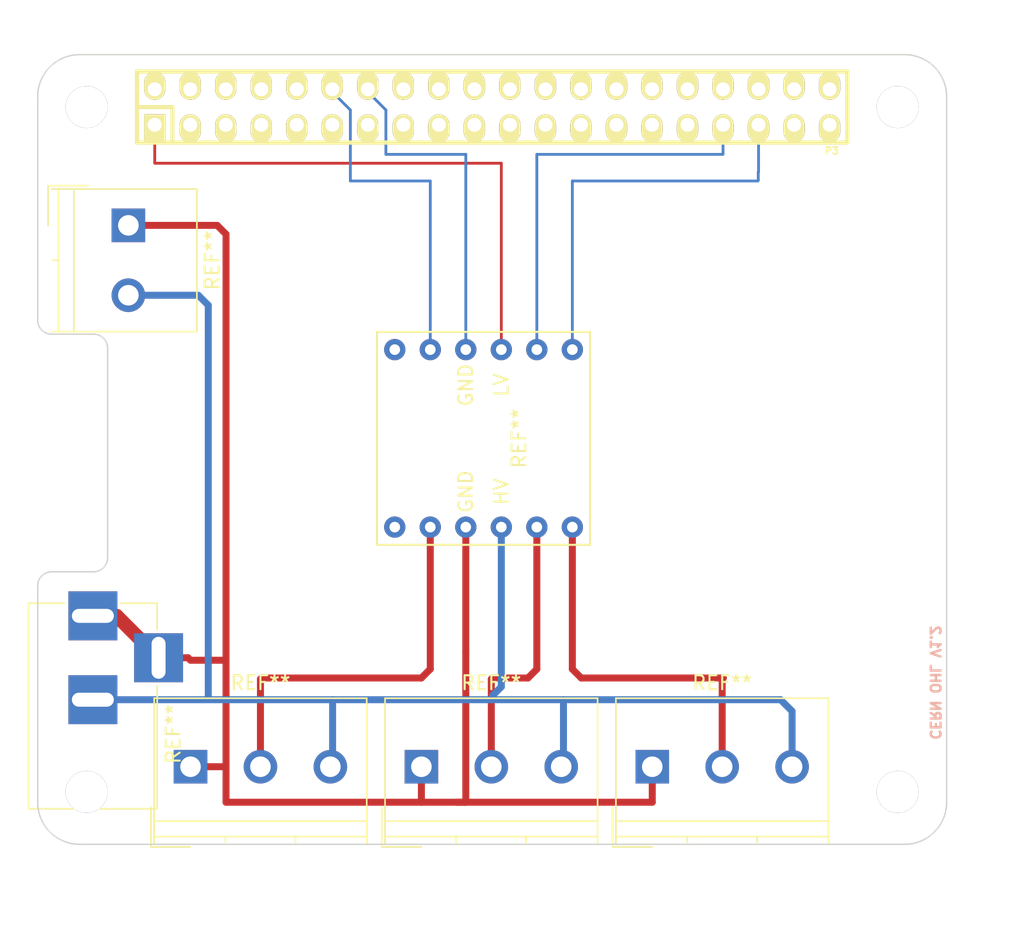
<source format=kicad_pcb>
(kicad_pcb (version 4) (host pcbnew 4.0.7)

  (general
    (links 8)
    (no_connects 8)
    (area 102.199998 67.134998 177.616667 136.400001)
    (thickness 1.6)
    (drawings 31)
    (tracks 73)
    (zones 0)
    (modules 11)
    (nets 32)
  )

  (page A4)
  (title_block
    (title "Raspberry Pi Hat Template")
    (date 2015-12-24)
    (rev 0.1)
    (company OpenFet)
    (comment 1 "Author: Julien")
    (comment 2 "License: CERN OHL V1.2")
  )

  (layers
    (0 F.Cu signal)
    (31 B.Cu signal)
    (32 B.Adhes user)
    (33 F.Adhes user)
    (34 B.Paste user)
    (35 F.Paste user)
    (36 B.SilkS user)
    (37 F.SilkS user)
    (38 B.Mask user)
    (39 F.Mask user)
    (40 Dwgs.User user)
    (41 Cmts.User user)
    (42 Eco1.User user)
    (43 Eco2.User user)
    (44 Edge.Cuts user)
    (45 Margin user)
    (46 B.CrtYd user)
    (47 F.CrtYd user)
    (48 B.Fab user)
    (49 F.Fab user)
  )

  (setup
    (last_trace_width 0.2)
    (user_trace_width 0.1)
    (user_trace_width 0.2)
    (user_trace_width 0.3)
    (user_trace_width 0.4)
    (user_trace_width 0.5)
    (user_trace_width 0.6)
    (user_trace_width 0.8)
    (user_trace_width 1)
    (trace_clearance 0.15)
    (zone_clearance 0.508)
    (zone_45_only no)
    (trace_min 0.1)
    (segment_width 0.2)
    (edge_width 0.1)
    (via_size 0.889)
    (via_drill 0.635)
    (via_min_size 0.26)
    (via_min_drill 0.16)
    (user_via 0.4 0.22)
    (user_via 1.5 0.8)
    (uvia_size 0.508)
    (uvia_drill 0.127)
    (uvias_allowed no)
    (uvia_min_size 0.508)
    (uvia_min_drill 0.127)
    (pcb_text_width 0.3)
    (pcb_text_size 1.5 1.5)
    (mod_edge_width 0.15)
    (mod_text_size 1 1)
    (mod_text_width 0.15)
    (pad_size 1.625 1.625)
    (pad_drill 0)
    (pad_to_mask_clearance 0)
    (aux_axis_origin 0 0)
    (grid_origin 211.1 101.7)
    (visible_elements 7FFFFF7F)
    (pcbplotparams
      (layerselection 0x010f0_80000001)
      (usegerberextensions false)
      (excludeedgelayer true)
      (linewidth 0.100000)
      (plotframeref false)
      (viasonmask false)
      (mode 1)
      (useauxorigin false)
      (hpglpennumber 1)
      (hpglpenspeed 20)
      (hpglpendiameter 15)
      (hpglpenoverlay 2)
      (psnegative false)
      (psa4output false)
      (plotreference true)
      (plotvalue true)
      (plotinvisibletext false)
      (padsonsilk false)
      (subtractmaskfromsilk false)
      (outputformat 1)
      (mirror false)
      (drillshape 0)
      (scaleselection 1)
      (outputdirectory /home/mangokid/Desktop/hat_gerber/))
  )

  (net 0 "")
  (net 1 GND)
  (net 2 "/Back Power Protection/5V_MCU")
  (net 3 "Net-(P3-Pad27)")
  (net 4 "Net-(P3-Pad28)")
  (net 5 "Net-(P3-Pad1)")
  (net 6 "Net-(P3-Pad3)")
  (net 7 "Net-(P3-Pad5)")
  (net 8 "Net-(P3-Pad7)")
  (net 9 "Net-(P3-Pad8)")
  (net 10 "Net-(P3-Pad10)")
  (net 11 "Net-(P3-Pad11)")
  (net 12 "Net-(P3-Pad12)")
  (net 13 "Net-(P3-Pad13)")
  (net 14 "Net-(P3-Pad15)")
  (net 15 "Net-(P3-Pad16)")
  (net 16 "Net-(P3-Pad17)")
  (net 17 "Net-(P3-Pad18)")
  (net 18 "Net-(P3-Pad19)")
  (net 19 "Net-(P3-Pad21)")
  (net 20 "Net-(P3-Pad22)")
  (net 21 "Net-(P3-Pad23)")
  (net 22 "Net-(P3-Pad24)")
  (net 23 "Net-(P3-Pad26)")
  (net 24 "Net-(P3-Pad29)")
  (net 25 "Net-(P3-Pad31)")
  (net 26 "Net-(P3-Pad32)")
  (net 27 "Net-(P3-Pad33)")
  (net 28 "Net-(P3-Pad35)")
  (net 29 "Net-(P3-Pad36)")
  (net 30 "Net-(P3-Pad37)")
  (net 31 "Net-(P3-Pad40)")

  (net_class Default "This is the default net class."
    (clearance 0.15)
    (trace_width 0.2)
    (via_dia 0.889)
    (via_drill 0.635)
    (uvia_dia 0.508)
    (uvia_drill 0.127)
    (add_net "/Back Power Protection/5V_MCU")
    (add_net GND)
    (add_net "Net-(P3-Pad1)")
    (add_net "Net-(P3-Pad10)")
    (add_net "Net-(P3-Pad11)")
    (add_net "Net-(P3-Pad12)")
    (add_net "Net-(P3-Pad13)")
    (add_net "Net-(P3-Pad15)")
    (add_net "Net-(P3-Pad16)")
    (add_net "Net-(P3-Pad17)")
    (add_net "Net-(P3-Pad18)")
    (add_net "Net-(P3-Pad19)")
    (add_net "Net-(P3-Pad21)")
    (add_net "Net-(P3-Pad22)")
    (add_net "Net-(P3-Pad23)")
    (add_net "Net-(P3-Pad24)")
    (add_net "Net-(P3-Pad26)")
    (add_net "Net-(P3-Pad27)")
    (add_net "Net-(P3-Pad28)")
    (add_net "Net-(P3-Pad29)")
    (add_net "Net-(P3-Pad3)")
    (add_net "Net-(P3-Pad31)")
    (add_net "Net-(P3-Pad32)")
    (add_net "Net-(P3-Pad33)")
    (add_net "Net-(P3-Pad35)")
    (add_net "Net-(P3-Pad36)")
    (add_net "Net-(P3-Pad37)")
    (add_net "Net-(P3-Pad40)")
    (add_net "Net-(P3-Pad5)")
    (add_net "Net-(P3-Pad7)")
    (add_net "Net-(P3-Pad8)")
  )

  (module Mounting_Holes:MountingHole_3mm locked (layer F.Cu) (tedit 5509CEA9) (tstamp 5509D3C4)
    (at 166.42 123.82)
    (descr "Mounting hole, Befestigungsbohrung, 3mm, No Annular, Kein Restring,")
    (tags "Mounting hole, Befestigungsbohrung, 3mm, No Annular, Kein Restring,")
    (fp_text reference REF** (at 0 -4.0005) (layer F.SilkS) hide
      (effects (font (size 0.5 0.5) (thickness 0.125)))
    )
    (fp_text value MountingHole_3mm (at 1.00076 5.00126) (layer F.Fab) hide
      (effects (font (size 0.5 0.5) (thickness 0.125)))
    )
    (fp_circle (center 0 0) (end 2.99974 0) (layer Cmts.User) (width 0.381))
    (pad 1 thru_hole circle (at 0 0) (size 2.99974 2.99974) (drill 2.99974) (layers))
  )

  (module Mounting_Holes:MountingHole_3mm locked (layer F.Cu) (tedit 5509CEA3) (tstamp 5509D3C2)
    (at 108.42 123.82)
    (descr "Mounting hole, Befestigungsbohrung, 3mm, No Annular, Kein Restring,")
    (tags "Mounting hole, Befestigungsbohrung, 3mm, No Annular, Kein Restring,")
    (fp_text reference REF** (at 0 -4.0005) (layer F.SilkS) hide
      (effects (font (size 0.5 0.5) (thickness 0.125)))
    )
    (fp_text value MountingHole_3mm (at 1.00076 5.00126) (layer F.Fab) hide
      (effects (font (size 0.5 0.5) (thickness 0.125)))
    )
    (fp_circle (center 0 0) (end 2.99974 0) (layer Cmts.User) (width 0.381))
    (pad 1 thru_hole circle (at 0 0) (size 2.99974 2.99974) (drill 2.99974) (layers))
  )

  (module w_pin_strip:pin_socket_20x2 (layer F.Cu) (tedit 567B9DD9) (tstamp 5509D7DA)
    (at 137.42 74.82)
    (descr "Pin socket 20x2pin")
    (tags "CONN DEV")
    (path /54E92361)
    (fp_text reference P3 (at 24.29 3.13) (layer F.SilkS)
      (effects (font (size 0.5 0.5) (thickness 0.125)))
    )
    (fp_text value Raspberry_Pi_+_Conn (at 0 -5.08) (layer F.SilkS) hide
      (effects (font (size 0.5 0.5) (thickness 0.125)))
    )
    (fp_line (start 25.4 2.54) (end -25.4 2.54) (layer F.SilkS) (width 0.3048))
    (fp_line (start -25.4 -2.54) (end 25.4 -2.54) (layer F.SilkS) (width 0.3048))
    (fp_line (start -25.4 0) (end -22.86 0) (layer F.SilkS) (width 0.3048))
    (fp_line (start -22.86 0) (end -22.86 2.54) (layer F.SilkS) (width 0.3048))
    (fp_line (start -25.4 -2.54) (end -25.4 2.54) (layer F.SilkS) (width 0.3048))
    (fp_line (start 25.4 2.54) (end 25.4 -2.54) (layer F.SilkS) (width 0.3048))
    (pad 1 thru_hole rect (at -24.13 1.27) (size 1.524 1.99898) (drill 1.00076 (offset 0 0.24892)) (layers *.Cu *.Mask F.SilkS)
      (net 5 "Net-(P3-Pad1)"))
    (pad 2 thru_hole oval (at -24.13 -1.27) (size 1.524 1.99898) (drill 1.00076 (offset 0 -0.24892)) (layers *.Cu *.Mask F.SilkS)
      (net 2 "/Back Power Protection/5V_MCU"))
    (pad 3 thru_hole oval (at -21.59 1.27) (size 1.524 1.99898) (drill 1.00076 (offset 0 0.24892)) (layers *.Cu *.Mask F.SilkS)
      (net 6 "Net-(P3-Pad3)"))
    (pad 4 thru_hole oval (at -21.59 -1.27) (size 1.524 1.99898) (drill 1.00076 (offset 0 -0.24892)) (layers *.Cu *.Mask F.SilkS)
      (net 2 "/Back Power Protection/5V_MCU"))
    (pad 5 thru_hole oval (at -19.05 1.27) (size 1.524 1.99898) (drill 1.00076 (offset 0 0.24892)) (layers *.Cu *.Mask F.SilkS)
      (net 7 "Net-(P3-Pad5)"))
    (pad 6 thru_hole oval (at -19.05 -1.27) (size 1.524 1.99898) (drill 1.00076 (offset 0 -0.24892)) (layers *.Cu *.Mask F.SilkS)
      (net 1 GND))
    (pad 7 thru_hole oval (at -16.51 1.27) (size 1.524 1.99898) (drill 1.00076 (offset 0 0.24892)) (layers *.Cu *.Mask F.SilkS)
      (net 8 "Net-(P3-Pad7)"))
    (pad 8 thru_hole oval (at -16.51 -1.27) (size 1.524 1.99898) (drill 1.00076 (offset 0 -0.24892)) (layers *.Cu *.Mask F.SilkS)
      (net 9 "Net-(P3-Pad8)"))
    (pad 9 thru_hole oval (at -13.97 1.27) (size 1.524 1.99898) (drill 1.00076 (offset 0 0.24892)) (layers *.Cu *.Mask F.SilkS)
      (net 1 GND))
    (pad 10 thru_hole oval (at -13.97 -1.27) (size 1.524 1.99898) (drill 1.00076 (offset 0 -0.24892)) (layers *.Cu *.Mask F.SilkS)
      (net 10 "Net-(P3-Pad10)"))
    (pad 11 thru_hole oval (at -11.43 1.27) (size 1.524 1.99898) (drill 1.00076 (offset 0 0.24892)) (layers *.Cu *.Mask F.SilkS)
      (net 11 "Net-(P3-Pad11)"))
    (pad 12 thru_hole oval (at -11.43 -1.27) (size 1.524 1.99898) (drill 1.00076 (offset 0 -0.24892)) (layers *.Cu *.Mask F.SilkS)
      (net 12 "Net-(P3-Pad12)"))
    (pad 13 thru_hole oval (at -8.89 1.27) (size 1.524 1.99898) (drill 1.00076 (offset 0 0.24892)) (layers *.Cu *.Mask F.SilkS)
      (net 13 "Net-(P3-Pad13)"))
    (pad 14 thru_hole oval (at -8.89 -1.27) (size 1.524 1.99898) (drill 1.00076 (offset 0 -0.24892)) (layers *.Cu *.Mask F.SilkS)
      (net 1 GND))
    (pad 15 thru_hole oval (at -6.35 1.27) (size 1.524 1.99898) (drill 1.00076 (offset 0 0.24892)) (layers *.Cu *.Mask F.SilkS)
      (net 14 "Net-(P3-Pad15)"))
    (pad 16 thru_hole oval (at -6.35 -1.27) (size 1.524 1.99898) (drill 1.00076 (offset 0 -0.24892)) (layers *.Cu *.Mask F.SilkS)
      (net 15 "Net-(P3-Pad16)"))
    (pad 17 thru_hole oval (at -3.81 1.27) (size 1.524 1.99898) (drill 1.00076 (offset 0 0.24892)) (layers *.Cu *.Mask F.SilkS)
      (net 16 "Net-(P3-Pad17)"))
    (pad 18 thru_hole oval (at -3.81 -1.27) (size 1.524 1.99898) (drill 1.00076 (offset 0 -0.24892)) (layers *.Cu *.Mask F.SilkS)
      (net 17 "Net-(P3-Pad18)"))
    (pad 19 thru_hole oval (at -1.27 1.27) (size 1.524 1.99898) (drill 1.00076 (offset 0 0.24892)) (layers *.Cu *.Mask F.SilkS)
      (net 18 "Net-(P3-Pad19)"))
    (pad 20 thru_hole oval (at -1.27 -1.27) (size 1.524 1.99898) (drill 1.00076 (offset 0 -0.24892)) (layers *.Cu *.Mask F.SilkS)
      (net 1 GND))
    (pad 21 thru_hole oval (at 1.27 1.27) (size 1.524 1.99898) (drill 1.00076 (offset 0 0.24892)) (layers *.Cu *.Mask F.SilkS)
      (net 19 "Net-(P3-Pad21)"))
    (pad 22 thru_hole oval (at 1.27 -1.27) (size 1.524 1.99898) (drill 1.00076 (offset 0 -0.24892)) (layers *.Cu *.Mask F.SilkS)
      (net 20 "Net-(P3-Pad22)"))
    (pad 23 thru_hole oval (at 3.81 1.27) (size 1.524 1.99898) (drill 1.00076 (offset 0 0.24892)) (layers *.Cu *.Mask F.SilkS)
      (net 21 "Net-(P3-Pad23)"))
    (pad 24 thru_hole oval (at 3.81 -1.27) (size 1.524 1.99898) (drill 1.00076 (offset 0 -0.24892)) (layers *.Cu *.Mask F.SilkS)
      (net 22 "Net-(P3-Pad24)"))
    (pad 25 thru_hole oval (at 6.35 1.27) (size 1.524 1.99898) (drill 1.00076 (offset 0 0.24892)) (layers *.Cu *.Mask F.SilkS)
      (net 1 GND))
    (pad 26 thru_hole oval (at 6.35 -1.27) (size 1.524 1.99898) (drill 1.00076 (offset 0 -0.24892)) (layers *.Cu *.Mask F.SilkS)
      (net 23 "Net-(P3-Pad26)"))
    (pad 27 thru_hole oval (at 8.89 1.27) (size 1.524 1.99898) (drill 1.00076 (offset 0 0.24892)) (layers *.Cu *.Mask F.SilkS)
      (net 3 "Net-(P3-Pad27)"))
    (pad 28 thru_hole oval (at 8.89 -1.27) (size 1.524 1.99898) (drill 1.00076 (offset 0 -0.24892)) (layers *.Cu *.Mask F.SilkS)
      (net 4 "Net-(P3-Pad28)"))
    (pad 29 thru_hole oval (at 11.43 1.27) (size 1.524 1.99898) (drill 1.00076 (offset 0 0.24892)) (layers *.Cu *.Mask F.SilkS)
      (net 24 "Net-(P3-Pad29)"))
    (pad 30 thru_hole oval (at 11.43 -1.27) (size 1.524 1.99898) (drill 1.00076 (offset 0 -0.24892)) (layers *.Cu *.Mask F.SilkS)
      (net 1 GND))
    (pad 31 thru_hole oval (at 13.97 1.27) (size 1.524 1.99898) (drill 1.00076 (offset 0 0.24892)) (layers *.Cu *.Mask F.SilkS)
      (net 25 "Net-(P3-Pad31)"))
    (pad 32 thru_hole oval (at 13.97 -1.27) (size 1.524 1.99898) (drill 1.00076 (offset 0 -0.24892)) (layers *.Cu *.Mask F.SilkS)
      (net 26 "Net-(P3-Pad32)"))
    (pad 33 thru_hole oval (at 16.51 1.27) (size 1.524 1.99898) (drill 1.00076 (offset 0 0.24892)) (layers *.Cu *.Mask F.SilkS)
      (net 27 "Net-(P3-Pad33)"))
    (pad 34 thru_hole oval (at 16.51 -1.27) (size 1.524 1.99898) (drill 1.00076 (offset 0 -0.24892)) (layers *.Cu *.Mask F.SilkS)
      (net 1 GND))
    (pad 35 thru_hole oval (at 19.05 1.27) (size 1.524 1.99898) (drill 1.00076 (offset 0 0.24892)) (layers *.Cu *.Mask F.SilkS)
      (net 28 "Net-(P3-Pad35)"))
    (pad 36 thru_hole oval (at 19.05 -1.27) (size 1.524 1.99898) (drill 1.00076 (offset 0 -0.24892)) (layers *.Cu *.Mask F.SilkS)
      (net 29 "Net-(P3-Pad36)"))
    (pad 37 thru_hole oval (at 21.59 1.27) (size 1.524 1.99898) (drill 1.00076 (offset 0 0.24892)) (layers *.Cu *.Mask F.SilkS)
      (net 30 "Net-(P3-Pad37)"))
    (pad 38 thru_hole oval (at 21.59 -1.27) (size 1.524 1.99898) (drill 1.00076 (offset 0 -0.24892)) (layers *.Cu *.Mask F.SilkS))
    (pad 39 thru_hole oval (at 24.13 1.27) (size 1.524 1.99898) (drill 1.00076 (offset 0 0.24892)) (layers *.Cu *.Mask F.SilkS)
      (net 1 GND))
    (pad 40 thru_hole oval (at 24.13 -1.27) (size 1.524 1.99898) (drill 1.00076 (offset 0 -0.24892)) (layers *.Cu *.Mask F.SilkS)
      (net 31 "Net-(P3-Pad40)"))
    (model walter/pin_strip/pin_socket_20x2.wrl
      (at (xyz 0 0 0))
      (scale (xyz 1 1 1))
      (rotate (xyz 0 0 0))
    )
  )

  (module Mounting_Holes:MountingHole_3mm locked (layer F.Cu) (tedit 5509CE9A) (tstamp 5509D3BE)
    (at 166.42 74.82)
    (descr "Mounting hole, Befestigungsbohrung, 3mm, No Annular, Kein Restring,")
    (tags "Mounting hole, Befestigungsbohrung, 3mm, No Annular, Kein Restring,")
    (fp_text reference REF** (at 0 -4.0005) (layer F.SilkS) hide
      (effects (font (size 0.5 0.5) (thickness 0.125)))
    )
    (fp_text value MountingHole_3mm (at 1.00076 5.00126) (layer F.Fab) hide
      (effects (font (size 0.5 0.5) (thickness 0.125)))
    )
    (fp_circle (center 0 0) (end 2.99974 0) (layer Cmts.User) (width 0.381))
    (pad 1 thru_hole circle (at 0 0) (size 2.99974 2.99974) (drill 2.99974) (layers))
  )

  (module Mounting_Holes:MountingHole_3mm locked (layer F.Cu) (tedit 5509CE9D) (tstamp 5509D3C0)
    (at 108.42 74.82)
    (descr "Mounting hole, Befestigungsbohrung, 3mm, No Annular, Kein Restring,")
    (tags "Mounting hole, Befestigungsbohrung, 3mm, No Annular, Kein Restring,")
    (fp_text reference REF** (at 0 -4.0005) (layer F.SilkS) hide
      (effects (font (size 0.5 0.5) (thickness 0.125)))
    )
    (fp_text value MountingHole_3mm (at 1.00076 5.00126) (layer F.Fab) hide
      (effects (font (size 0.5 0.5) (thickness 0.125)))
    )
    (fp_circle (center 0 0) (end 2.99974 0) (layer Cmts.User) (width 0.381))
    (pad 1 thru_hole circle (at 0 0) (size 2.99974 2.99974) (drill 2.99974) (layers))
  )

  (module Connectors_Terminal_Blocks:TerminalBlock_Philmore_TB133_03x5mm_Straight (layer F.Cu) (tedit 59661312) (tstamp 59D25E82)
    (at 115.85 122.02)
    (descr "3-way 5.0mm pitch terminal block, http://www.philmore-datak.com/mc/Page%20197.pdf")
    (tags "screw terminal block")
    (fp_text reference REF** (at 5 -6) (layer F.SilkS)
      (effects (font (size 1 1) (thickness 0.15)))
    )
    (fp_text value TerminalBlock_Philmore_TB133_03x5mm_Straight (at 5 6.9) (layer F.Fab)
      (effects (font (size 1 1) (thickness 0.15)))
    )
    (fp_line (start -3 -5.3) (end -3 5.9) (layer F.CrtYd) (width 0.05))
    (fp_line (start -3 5.9) (end 13 5.9) (layer F.CrtYd) (width 0.05))
    (fp_line (start 13 5.9) (end 13 -5.3) (layer F.CrtYd) (width 0.05))
    (fp_line (start 13 -5.3) (end -3 -5.3) (layer F.CrtYd) (width 0.05))
    (fp_line (start -2.5 3.9) (end 12.5 3.9) (layer F.Fab) (width 0.1))
    (fp_line (start -2.5 5) (end 12.5 5) (layer F.Fab) (width 0.1))
    (fp_line (start -2.5 5.4) (end -2.5 -4.8) (layer F.Fab) (width 0.1))
    (fp_line (start -2.5 -4.8) (end 12.5 -4.8) (layer F.Fab) (width 0.1))
    (fp_line (start 12.5 -4.8) (end 12.5 5.4) (layer F.Fab) (width 0.1))
    (fp_line (start 2.5 5) (end 2.5 5.4) (layer F.Fab) (width 0.1))
    (fp_line (start 7.5 5) (end 7.5 5.4) (layer F.Fab) (width 0.1))
    (fp_line (start -2.84 2.9) (end -2.84 5.74) (layer F.Fab) (width 0.1))
    (fp_line (start -2.84 5.74) (end 0 5.74) (layer F.Fab) (width 0.1))
    (fp_line (start -2.6 3.9) (end 12.6 3.9) (layer F.SilkS) (width 0.12))
    (fp_line (start -2.6 5) (end 12.6 5) (layer F.SilkS) (width 0.12))
    (fp_line (start -2.6 5.5) (end -2.6 -4.9) (layer F.SilkS) (width 0.12))
    (fp_line (start -2.6 -4.9) (end 12.6 -4.9) (layer F.SilkS) (width 0.12))
    (fp_line (start 12.6 -4.9) (end 12.6 5.5) (layer F.SilkS) (width 0.12))
    (fp_line (start 2.5 5) (end 2.5 5.4) (layer F.SilkS) (width 0.12))
    (fp_line (start 7.5 5) (end 7.5 5.4) (layer F.SilkS) (width 0.12))
    (fp_line (start -2.84 2.9) (end -2.84 5.74) (layer F.SilkS) (width 0.12))
    (fp_line (start -2.84 5.74) (end 0 5.74) (layer F.SilkS) (width 0.12))
    (fp_text user %R (at 5 0.3) (layer F.Fab)
      (effects (font (size 1 1) (thickness 0.15)))
    )
    (pad 1 thru_hole rect (at 0 0) (size 2.4 2.4) (drill 1.47) (layers *.Cu *.Mask))
    (pad 2 thru_hole circle (at 5 0) (size 2.4 2.4) (drill 1.47) (layers *.Cu *.Mask))
    (pad 3 thru_hole circle (at 10 0) (size 2.4 2.4) (drill 1.47) (layers *.Cu *.Mask))
    (model ${KISYS3DMOD}/Connectors_Terminal_Blocks.3dshapes/TerminalBlock_Philmore_TB133_03x5mm_Straight.wrl
      (at (xyz 0 0 0))
      (scale (xyz 1 1 1))
      (rotate (xyz 0 0 0))
    )
  )

  (module Connectors_Terminal_Blocks:TerminalBlock_Philmore_TB133_03x5mm_Straight (layer F.Cu) (tedit 59661312) (tstamp 59D25F01)
    (at 132.36 122.02)
    (descr "3-way 5.0mm pitch terminal block, http://www.philmore-datak.com/mc/Page%20197.pdf")
    (tags "screw terminal block")
    (fp_text reference REF** (at 5 -6) (layer F.SilkS)
      (effects (font (size 1 1) (thickness 0.15)))
    )
    (fp_text value TerminalBlock_Philmore_TB133_03x5mm_Straight (at 5 6.9) (layer F.Fab)
      (effects (font (size 1 1) (thickness 0.15)))
    )
    (fp_line (start -3 -5.3) (end -3 5.9) (layer F.CrtYd) (width 0.05))
    (fp_line (start -3 5.9) (end 13 5.9) (layer F.CrtYd) (width 0.05))
    (fp_line (start 13 5.9) (end 13 -5.3) (layer F.CrtYd) (width 0.05))
    (fp_line (start 13 -5.3) (end -3 -5.3) (layer F.CrtYd) (width 0.05))
    (fp_line (start -2.5 3.9) (end 12.5 3.9) (layer F.Fab) (width 0.1))
    (fp_line (start -2.5 5) (end 12.5 5) (layer F.Fab) (width 0.1))
    (fp_line (start -2.5 5.4) (end -2.5 -4.8) (layer F.Fab) (width 0.1))
    (fp_line (start -2.5 -4.8) (end 12.5 -4.8) (layer F.Fab) (width 0.1))
    (fp_line (start 12.5 -4.8) (end 12.5 5.4) (layer F.Fab) (width 0.1))
    (fp_line (start 2.5 5) (end 2.5 5.4) (layer F.Fab) (width 0.1))
    (fp_line (start 7.5 5) (end 7.5 5.4) (layer F.Fab) (width 0.1))
    (fp_line (start -2.84 2.9) (end -2.84 5.74) (layer F.Fab) (width 0.1))
    (fp_line (start -2.84 5.74) (end 0 5.74) (layer F.Fab) (width 0.1))
    (fp_line (start -2.6 3.9) (end 12.6 3.9) (layer F.SilkS) (width 0.12))
    (fp_line (start -2.6 5) (end 12.6 5) (layer F.SilkS) (width 0.12))
    (fp_line (start -2.6 5.5) (end -2.6 -4.9) (layer F.SilkS) (width 0.12))
    (fp_line (start -2.6 -4.9) (end 12.6 -4.9) (layer F.SilkS) (width 0.12))
    (fp_line (start 12.6 -4.9) (end 12.6 5.5) (layer F.SilkS) (width 0.12))
    (fp_line (start 2.5 5) (end 2.5 5.4) (layer F.SilkS) (width 0.12))
    (fp_line (start 7.5 5) (end 7.5 5.4) (layer F.SilkS) (width 0.12))
    (fp_line (start -2.84 2.9) (end -2.84 5.74) (layer F.SilkS) (width 0.12))
    (fp_line (start -2.84 5.74) (end 0 5.74) (layer F.SilkS) (width 0.12))
    (fp_text user %R (at 5 0.3) (layer F.Fab)
      (effects (font (size 1 1) (thickness 0.15)))
    )
    (pad 1 thru_hole rect (at 0 0) (size 2.4 2.4) (drill 1.47) (layers *.Cu *.Mask))
    (pad 2 thru_hole circle (at 5 0) (size 2.4 2.4) (drill 1.47) (layers *.Cu *.Mask))
    (pad 3 thru_hole circle (at 10 0) (size 2.4 2.4) (drill 1.47) (layers *.Cu *.Mask))
    (model ${KISYS3DMOD}/Connectors_Terminal_Blocks.3dshapes/TerminalBlock_Philmore_TB133_03x5mm_Straight.wrl
      (at (xyz 0 0 0))
      (scale (xyz 1 1 1))
      (rotate (xyz 0 0 0))
    )
  )

  (module Connectors_Terminal_Blocks:TerminalBlock_Philmore_TB133_03x5mm_Straight (layer F.Cu) (tedit 59661312) (tstamp 59D25FFB)
    (at 148.87 122.02)
    (descr "3-way 5.0mm pitch terminal block, http://www.philmore-datak.com/mc/Page%20197.pdf")
    (tags "screw terminal block")
    (fp_text reference REF** (at 5 -6) (layer F.SilkS)
      (effects (font (size 1 1) (thickness 0.15)))
    )
    (fp_text value TerminalBlock_Philmore_TB133_03x5mm_Straight (at 5 6.9) (layer F.Fab)
      (effects (font (size 1 1) (thickness 0.15)))
    )
    (fp_line (start -3 -5.3) (end -3 5.9) (layer F.CrtYd) (width 0.05))
    (fp_line (start -3 5.9) (end 13 5.9) (layer F.CrtYd) (width 0.05))
    (fp_line (start 13 5.9) (end 13 -5.3) (layer F.CrtYd) (width 0.05))
    (fp_line (start 13 -5.3) (end -3 -5.3) (layer F.CrtYd) (width 0.05))
    (fp_line (start -2.5 3.9) (end 12.5 3.9) (layer F.Fab) (width 0.1))
    (fp_line (start -2.5 5) (end 12.5 5) (layer F.Fab) (width 0.1))
    (fp_line (start -2.5 5.4) (end -2.5 -4.8) (layer F.Fab) (width 0.1))
    (fp_line (start -2.5 -4.8) (end 12.5 -4.8) (layer F.Fab) (width 0.1))
    (fp_line (start 12.5 -4.8) (end 12.5 5.4) (layer F.Fab) (width 0.1))
    (fp_line (start 2.5 5) (end 2.5 5.4) (layer F.Fab) (width 0.1))
    (fp_line (start 7.5 5) (end 7.5 5.4) (layer F.Fab) (width 0.1))
    (fp_line (start -2.84 2.9) (end -2.84 5.74) (layer F.Fab) (width 0.1))
    (fp_line (start -2.84 5.74) (end 0 5.74) (layer F.Fab) (width 0.1))
    (fp_line (start -2.6 3.9) (end 12.6 3.9) (layer F.SilkS) (width 0.12))
    (fp_line (start -2.6 5) (end 12.6 5) (layer F.SilkS) (width 0.12))
    (fp_line (start -2.6 5.5) (end -2.6 -4.9) (layer F.SilkS) (width 0.12))
    (fp_line (start -2.6 -4.9) (end 12.6 -4.9) (layer F.SilkS) (width 0.12))
    (fp_line (start 12.6 -4.9) (end 12.6 5.5) (layer F.SilkS) (width 0.12))
    (fp_line (start 2.5 5) (end 2.5 5.4) (layer F.SilkS) (width 0.12))
    (fp_line (start 7.5 5) (end 7.5 5.4) (layer F.SilkS) (width 0.12))
    (fp_line (start -2.84 2.9) (end -2.84 5.74) (layer F.SilkS) (width 0.12))
    (fp_line (start -2.84 5.74) (end 0 5.74) (layer F.SilkS) (width 0.12))
    (fp_text user %R (at 5 0.3) (layer F.Fab)
      (effects (font (size 1 1) (thickness 0.15)))
    )
    (pad 1 thru_hole rect (at 0 0) (size 2.4 2.4) (drill 1.47) (layers *.Cu *.Mask))
    (pad 2 thru_hole circle (at 5 0) (size 2.4 2.4) (drill 1.47) (layers *.Cu *.Mask))
    (pad 3 thru_hole circle (at 10 0) (size 2.4 2.4) (drill 1.47) (layers *.Cu *.Mask))
    (model ${KISYS3DMOD}/Connectors_Terminal_Blocks.3dshapes/TerminalBlock_Philmore_TB133_03x5mm_Straight.wrl
      (at (xyz 0 0 0))
      (scale (xyz 1 1 1))
      (rotate (xyz 0 0 0))
    )
  )

  (module Connectors_Terminal_Blocks:TerminalBlock_Philmore_TB132_02x5mm_Straight (layer F.Cu) (tedit 59661312) (tstamp 59D263AD)
    (at 111.405 83.285 270)
    (descr "2-way 5.0mm pitch terminal block, http://www.philmore-datak.com/mc/Page%20197.pdf")
    (tags "screw terminal block")
    (fp_text reference REF** (at 2.5 -6 270) (layer F.SilkS)
      (effects (font (size 1 1) (thickness 0.15)))
    )
    (fp_text value TerminalBlock_Philmore_TB132_02x5mm_Straight (at 2.5 6.9 270) (layer F.Fab)
      (effects (font (size 1 1) (thickness 0.15)))
    )
    (fp_line (start -3 -5.3) (end -3 5.9) (layer F.CrtYd) (width 0.05))
    (fp_line (start -3 5.9) (end 8 5.9) (layer F.CrtYd) (width 0.05))
    (fp_line (start 8 5.9) (end 8 -5.3) (layer F.CrtYd) (width 0.05))
    (fp_line (start 8 -5.3) (end -3 -5.3) (layer F.CrtYd) (width 0.05))
    (fp_line (start -2.5 3.9) (end 7.5 3.9) (layer F.Fab) (width 0.1))
    (fp_line (start -2.5 5) (end 7.5 5) (layer F.Fab) (width 0.1))
    (fp_line (start -2.5 5.4) (end -2.5 -4.8) (layer F.Fab) (width 0.1))
    (fp_line (start -2.5 -4.8) (end 7.5 -4.8) (layer F.Fab) (width 0.1))
    (fp_line (start 7.5 -4.8) (end 7.5 5.4) (layer F.Fab) (width 0.1))
    (fp_line (start 2.5 5) (end 2.5 5.4) (layer F.Fab) (width 0.1))
    (fp_line (start -2.84 2.9) (end -2.84 5.74) (layer F.Fab) (width 0.1))
    (fp_line (start -2.84 5.74) (end 0 5.74) (layer F.Fab) (width 0.1))
    (fp_line (start -2.6 3.9) (end 7.6 3.9) (layer F.SilkS) (width 0.12))
    (fp_line (start -2.6 5) (end 7.6 5) (layer F.SilkS) (width 0.12))
    (fp_line (start -2.6 5.5) (end -2.6 -4.9) (layer F.SilkS) (width 0.12))
    (fp_line (start -2.6 -4.9) (end 7.6 -4.9) (layer F.SilkS) (width 0.12))
    (fp_line (start 7.6 -4.9) (end 7.6 5.5) (layer F.SilkS) (width 0.12))
    (fp_line (start 2.5 5) (end 2.5 5.4) (layer F.SilkS) (width 0.12))
    (fp_line (start -2.84 2.9) (end -2.84 5.74) (layer F.SilkS) (width 0.12))
    (fp_line (start -2.84 5.74) (end 0 5.74) (layer F.SilkS) (width 0.12))
    (fp_text user %R (at 2.5 0.3 270) (layer F.Fab)
      (effects (font (size 1 1) (thickness 0.15)))
    )
    (pad 1 thru_hole rect (at 0 0 270) (size 2.4 2.4) (drill 1.47) (layers *.Cu *.Mask))
    (pad 2 thru_hole circle (at 5 0 270) (size 2.4 2.4) (drill 1.47) (layers *.Cu *.Mask))
    (model ${KISYS3DMOD}/Connectors_Terminal_Blocks.3dshapes/TerminalBlock_Philmore_TB132_02x5mm_Straight.wrl
      (at (xyz 0 0 0))
      (scale (xyz 1 1 1))
      (rotate (xyz 0 0 0))
    )
  )

  (module Connectors:BARREL_JACK (layer F.Cu) (tedit 5861378E) (tstamp 59D26622)
    (at 108.865 111.225 90)
    (descr "DC Barrel Jack")
    (tags "Power Jack")
    (fp_text reference REF** (at -8.45 5.75 270) (layer F.SilkS)
      (effects (font (size 1 1) (thickness 0.15)))
    )
    (fp_text value BARREL_JACK (at -6.2 -5.5 90) (layer F.Fab)
      (effects (font (size 1 1) (thickness 0.15)))
    )
    (fp_line (start 1 -4.5) (end 1 -4.75) (layer F.CrtYd) (width 0.05))
    (fp_line (start 1 -4.75) (end -14 -4.75) (layer F.CrtYd) (width 0.05))
    (fp_line (start 1 -4.5) (end 1 -2) (layer F.CrtYd) (width 0.05))
    (fp_line (start 1 -2) (end 2 -2) (layer F.CrtYd) (width 0.05))
    (fp_line (start 2 -2) (end 2 2) (layer F.CrtYd) (width 0.05))
    (fp_line (start 2 2) (end 1 2) (layer F.CrtYd) (width 0.05))
    (fp_line (start 1 2) (end 1 4.75) (layer F.CrtYd) (width 0.05))
    (fp_line (start 1 4.75) (end -1 4.75) (layer F.CrtYd) (width 0.05))
    (fp_line (start -1 4.75) (end -1 6.75) (layer F.CrtYd) (width 0.05))
    (fp_line (start -1 6.75) (end -5 6.75) (layer F.CrtYd) (width 0.05))
    (fp_line (start -5 6.75) (end -5 4.75) (layer F.CrtYd) (width 0.05))
    (fp_line (start -5 4.75) (end -14 4.75) (layer F.CrtYd) (width 0.05))
    (fp_line (start -14 4.75) (end -14 -4.75) (layer F.CrtYd) (width 0.05))
    (fp_line (start -5 4.6) (end -13.8 4.6) (layer F.SilkS) (width 0.12))
    (fp_line (start -13.8 4.6) (end -13.8 -4.6) (layer F.SilkS) (width 0.12))
    (fp_line (start 0.9 1.9) (end 0.9 4.6) (layer F.SilkS) (width 0.12))
    (fp_line (start 0.9 4.6) (end -1 4.6) (layer F.SilkS) (width 0.12))
    (fp_line (start -13.8 -4.6) (end 0.9 -4.6) (layer F.SilkS) (width 0.12))
    (fp_line (start 0.9 -4.6) (end 0.9 -2) (layer F.SilkS) (width 0.12))
    (fp_line (start -10.2 -4.5) (end -10.2 4.5) (layer F.Fab) (width 0.1))
    (fp_line (start -13.7 -4.5) (end -13.7 4.5) (layer F.Fab) (width 0.1))
    (fp_line (start -13.7 4.5) (end 0.8 4.5) (layer F.Fab) (width 0.1))
    (fp_line (start 0.8 4.5) (end 0.8 -4.5) (layer F.Fab) (width 0.1))
    (fp_line (start 0.8 -4.5) (end -13.7 -4.5) (layer F.Fab) (width 0.1))
    (pad 1 thru_hole rect (at 0 0 90) (size 3.5 3.5) (drill oval 1 3) (layers *.Cu *.Mask))
    (pad 2 thru_hole rect (at -6 0 90) (size 3.5 3.5) (drill oval 1 3) (layers *.Cu *.Mask))
    (pad 3 thru_hole rect (at -3 4.7 90) (size 3.5 3.5) (drill oval 3 1) (layers *.Cu *.Mask))
  )

  (module LLC:LLC (layer F.Cu) (tedit 59D27270) (tstamp 59D274AF)
    (at 136.805 98.525 270)
    (descr "Footprint for LLC")
    (tags LLC)
    (fp_text reference REF** (at 0 -2.54 270) (layer F.SilkS)
      (effects (font (size 1 1) (thickness 0.15)))
    )
    (fp_text value LLC (at 0 -5.08 270) (layer F.Fab)
      (effects (font (size 1 1) (thickness 0.15)))
    )
    (fp_text user GND (at 3.81 1.27 270) (layer F.SilkS)
      (effects (font (size 1 1) (thickness 0.15)))
    )
    (fp_text user HV (at 3.81 -1.27 270) (layer F.SilkS)
      (effects (font (size 1 1) (thickness 0.15)))
    )
    (fp_text user GND (at -3.81 1.27 270) (layer F.SilkS)
      (effects (font (size 1 1) (thickness 0.15)))
    )
    (fp_text user LV (at -3.81 -1.27 270) (layer F.SilkS)
      (effects (font (size 1 1) (thickness 0.15)))
    )
    (fp_line (start 7.62 -7.62) (end 7.62 7.62) (layer F.SilkS) (width 0.15))
    (fp_line (start 7.62 7.62) (end -7.62 7.62) (layer F.SilkS) (width 0.15))
    (fp_line (start -7.62 7.62) (end -7.62 -7.62) (layer F.SilkS) (width 0.15))
    (fp_line (start -7.62 -7.62) (end 7.62 -7.62) (layer F.SilkS) (width 0.15))
    (pad 1 thru_hole circle (at -6.35 -6.35 270) (size 1.524 1.524) (drill 0.762) (layers *.Cu *.Mask))
    (pad 2 thru_hole circle (at -6.35 -3.81 270) (size 1.524 1.524) (drill 0.762) (layers *.Cu *.Mask))
    (pad 3 thru_hole circle (at -6.35 -1.27 270) (size 1.524 1.524) (drill 0.762) (layers *.Cu *.Mask))
    (pad 4 thru_hole circle (at -6.35 1.27 270) (size 1.524 1.524) (drill 0.762) (layers *.Cu *.Mask))
    (pad 5 thru_hole circle (at -6.35 3.81 270) (size 1.524 1.524) (drill 0.762) (layers *.Cu *.Mask))
    (pad 6 thru_hole circle (at -6.35 6.35 270) (size 1.524 1.524) (drill 0.762) (layers *.Cu *.Mask))
    (pad 7 thru_hole circle (at 6.35 6.35 270) (size 1.524 1.524) (drill 0.762) (layers *.Cu *.Mask))
    (pad 8 thru_hole circle (at 6.35 3.81 270) (size 1.524 1.524) (drill 0.762) (layers *.Cu *.Mask))
    (pad 9 thru_hole circle (at 6.35 1.27 270) (size 1.524 1.524) (drill 0.762) (layers *.Cu *.Mask))
    (pad 10 thru_hole circle (at 6.35 -1.27 270) (size 1.524 1.524) (drill 0.762) (layers *.Cu *.Mask))
    (pad 11 thru_hole circle (at 6.35 -3.81 270) (size 1.524 1.524) (drill 0.762) (layers *.Cu *.Mask))
    (pad 12 thru_hole circle (at 6.35 -6.35 270) (size 1.524 1.524) (drill 0.762) (layers *.Cu *.Mask))
  )

  (gr_text gnd (at 113.31 109.32) (layer F.Fab)
    (effects (font (size 1.5 1.5) (thickness 0.3)))
  )
  (gr_text DAT (at 156.49 115.67) (layer F.Fab) (tstamp 59D264D3)
    (effects (font (size 1.5 1.5) (thickness 0.3)))
  )
  (gr_text DAT (at 139.98 115.67) (layer F.Fab) (tstamp 59D264CF)
    (effects (font (size 1.5 1.5) (thickness 0.3)))
  )
  (gr_text DAT (at 123.47 115.67) (layer F.Fab)
    (effects (font (size 1.5 1.5) (thickness 0.3)))
  )
  (gr_text - (at 147.6 115.67) (layer F.Fab) (tstamp 59D264BF)
    (effects (font (size 1.5 1.5) (thickness 0.3)))
  )
  (gr_text - (at 131.09 115.67) (layer F.Fab) (tstamp 59D264BA)
    (effects (font (size 1.5 1.5) (thickness 0.3)))
  )
  (gr_text - (at 114.58 115.67) (layer F.Fab) (tstamp 59D264B4)
    (effects (font (size 1.5 1.5) (thickness 0.3)))
  )
  (gr_text - (at 118.39 81.38) (layer F.Fab)
    (effects (font (size 1.5 1.5) (thickness 0.3)))
  )
  (gr_text + (at 118.39 90.27) (layer F.Fab) (tstamp 59D26497)
    (effects (font (size 1.5 1.5) (thickness 0.3)))
  )
  (gr_text + (at 160.3 115.67) (layer F.Fab) (tstamp 59D2648A)
    (effects (font (size 1.5 1.5) (thickness 0.3)))
  )
  (gr_text + (at 127.28 115.67) (layer F.Fab) (tstamp 59D26483)
    (effects (font (size 1.5 1.5) (thickness 0.3)))
  )
  (gr_text + (at 143.79 115.67) (layer F.Fab)
    (effects (font (size 1.5 1.5) (thickness 0.3)))
  )
  (dimension 65 (width 0.3) (layer Dwgs.User)
    (gr_text "65.000 mm" (at 137.6 135.05) (layer Dwgs.User)
      (effects (font (size 0.5 0.5) (thickness 0.125)))
    )
    (feature1 (pts (xy 105.1 125.2) (xy 105.1 136.4)))
    (feature2 (pts (xy 170.1 125.2) (xy 170.1 136.4)))
    (crossbar (pts (xy 170.1 133.7) (xy 105.1 133.7)))
    (arrow1a (pts (xy 105.1 133.7) (xy 106.226504 133.113579)))
    (arrow1b (pts (xy 105.1 133.7) (xy 106.226504 134.286421)))
    (arrow2a (pts (xy 170.1 133.7) (xy 168.973496 133.113579)))
    (arrow2b (pts (xy 170.1 133.7) (xy 168.973496 134.286421)))
  )
  (gr_text "CERN OHL V1.2" (at 169.1 116 270) (layer B.SilkS)
    (effects (font (size 0.7 0.7) (thickness 0.175)) (justify mirror))
  )
  (dimension 56.5 (width 0.3) (layer Dwgs.User)
    (gr_text "56.500 mm" (at 175.45 99.45 270) (layer Dwgs.User)
      (effects (font (size 0.5 0.5) (thickness 0.125)))
    )
    (feature1 (pts (xy 167.1 127.7) (xy 176.8 127.7)))
    (feature2 (pts (xy 167.1 71.2) (xy 176.8 71.2)))
    (crossbar (pts (xy 174.1 71.2) (xy 174.1 127.7)))
    (arrow1a (pts (xy 174.1 127.7) (xy 173.513579 126.573496)))
    (arrow1b (pts (xy 174.1 127.7) (xy 174.686421 126.573496)))
    (arrow2a (pts (xy 174.1 71.2) (xy 173.513579 72.326504)))
    (arrow2b (pts (xy 174.1 71.2) (xy 174.686421 72.326504)))
  )
  (gr_line (start 104.92 109.07) (end 104.92 124.57) (angle 90) (layer Edge.Cuts) (width 0.1))
  (gr_line (start 104.92 90.07) (end 104.92 74.07) (angle 90) (layer Edge.Cuts) (width 0.1))
  (gr_line (start 108.92 108.07) (end 105.92 108.07) (angle 90) (layer Edge.Cuts) (width 0.1))
  (gr_line (start 109.92 92.07) (end 109.92 107.07) (angle 90) (layer Edge.Cuts) (width 0.1))
  (gr_line (start 105.92 91.07) (end 108.92 91.07) (angle 90) (layer Edge.Cuts) (width 0.1))
  (gr_arc (start 108.92 107.07) (end 109.92 107.07) (angle 90) (layer Edge.Cuts) (width 0.1))
  (gr_arc (start 108.92 92.07) (end 108.92 91.07) (angle 90) (layer Edge.Cuts) (width 0.1))
  (gr_arc (start 105.92 109.07) (end 104.92 109.07) (angle 90) (layer Edge.Cuts) (width 0.1))
  (gr_arc (start 105.92 90.07) (end 105.92 91.07) (angle 90) (layer Edge.Cuts) (width 0.1))
  (gr_line (start 166.92 127.57) (end 107.92 127.57) (angle 90) (layer Edge.Cuts) (width 0.1))
  (gr_line (start 169.92 74.07) (end 169.92 124.57) (angle 90) (layer Edge.Cuts) (width 0.1))
  (gr_line (start 107.92 71.07) (end 166.92 71.07) (angle 90) (layer Edge.Cuts) (width 0.1))
  (gr_arc (start 166.92 124.57) (end 169.92 124.57) (angle 90) (layer Edge.Cuts) (width 0.1))
  (gr_arc (start 107.92 74.07) (end 104.92 74.07) (angle 90) (layer Edge.Cuts) (width 0.1))
  (gr_arc (start 166.92 74.07) (end 166.92 71.07) (angle 90) (layer Edge.Cuts) (width 0.1))
  (gr_arc (start 107.92 124.57) (end 107.92 127.57) (angle 90) (layer Edge.Cuts) (width 0.1))

  (segment (start 140.615 104.875) (end 140.615 115.035) (width 0.5) (layer F.Cu) (net 0))
  (segment (start 139.98 115.67) (end 137.44 115.67) (width 0.5) (layer F.Cu) (net 0) (tstamp 59D277AF))
  (segment (start 140.615 115.035) (end 139.98 115.67) (width 0.5) (layer F.Cu) (net 0) (tstamp 59D277AE))
  (segment (start 137.44 115.67) (end 137.36 115.75) (width 0.5) (layer F.Cu) (net 0) (tstamp 59D277B1))
  (segment (start 137.36 115.75) (end 137.36 122.02) (width 0.5) (layer F.Cu) (net 0) (tstamp 59D277B3))
  (segment (start 143.155 104.875) (end 143.155 115.035) (width 0.5) (layer F.Cu) (net 0))
  (segment (start 153.87 115.75) (end 153.87 122.02) (width 0.5) (layer F.Cu) (net 0) (tstamp 59D277AB))
  (segment (start 153.95 115.67) (end 153.87 115.75) (width 0.5) (layer F.Cu) (net 0) (tstamp 59D277AA))
  (segment (start 143.79 115.67) (end 153.95 115.67) (width 0.5) (layer F.Cu) (net 0) (tstamp 59D277A8))
  (segment (start 143.155 115.035) (end 143.79 115.67) (width 0.5) (layer F.Cu) (net 0) (tstamp 59D277A6))
  (segment (start 132.995 104.875) (end 132.995 115.035) (width 0.5) (layer F.Cu) (net 0))
  (segment (start 120.85 115.75) (end 120.85 122.02) (width 0.5) (layer F.Cu) (net 0) (tstamp 59D2778B))
  (segment (start 120.93 115.67) (end 120.85 115.75) (width 0.5) (layer F.Cu) (net 0) (tstamp 59D27789))
  (segment (start 132.36 115.67) (end 120.93 115.67) (width 0.5) (layer F.Cu) (net 0) (tstamp 59D27788))
  (segment (start 132.995 115.035) (end 132.36 115.67) (width 0.5) (layer F.Cu) (net 0) (tstamp 59D27786))
  (segment (start 118.39 122.02) (end 115.85 122.02) (width 0.5) (layer F.Cu) (net 0))
  (segment (start 118.39 114.4) (end 118.39 122.02) (width 0.5) (layer F.Cu) (net 0))
  (segment (start 118.39 122.02) (end 118.39 124.56) (width 0.5) (layer F.Cu) (net 0) (tstamp 59D27775))
  (segment (start 118.39 124.56) (end 132.36 124.56) (width 0.5) (layer F.Cu) (net 0) (tstamp 59D27742))
  (segment (start 135.535 113.765) (end 135.535 124.56) (width 0.5) (layer F.Cu) (net 0))
  (segment (start 135.535 124.56) (end 134.9 124.56) (width 0.5) (layer F.Cu) (net 0) (tstamp 59D2774C))
  (segment (start 132.36 124.56) (end 132.36 122.02) (width 0.5) (layer F.Cu) (net 0))
  (segment (start 148.87 124.56) (end 148.87 122.02) (width 0.5) (layer F.Cu) (net 0) (tstamp 59D27743))
  (segment (start 134.9 124.56) (end 148.87 124.56) (width 0.5) (layer F.Cu) (net 0) (tstamp 59D2774F))
  (segment (start 132.36 124.56) (end 134.9 124.56) (width 0.5) (layer F.Cu) (net 0) (tstamp 59D27746))
  (segment (start 111.405 83.285) (end 117.755 83.285) (width 0.5) (layer F.Cu) (net 0))
  (segment (start 118.39 83.92) (end 118.39 114.4) (width 0.5) (layer F.Cu) (net 0) (tstamp 59D27732))
  (segment (start 117.755 83.285) (end 118.39 83.92) (width 0.5) (layer F.Cu) (net 0) (tstamp 59D27731))
  (segment (start 115.85 114.4) (end 118.39 114.4) (width 0.5) (layer F.Cu) (net 0))
  (segment (start 135.535 113.765) (end 135.535 104.875) (width 0.5) (layer F.Cu) (net 0) (tstamp 59D2771B))
  (segment (start 113.565 114.225) (end 115.675 114.225) (width 0.5) (layer F.Cu) (net 0))
  (segment (start 115.675 114.225) (end 115.85 114.4) (width 0.5) (layer F.Cu) (net 0) (tstamp 59D2770F))
  (segment (start 108.865 111.225) (end 110.565 111.225) (width 1) (layer F.Cu) (net 0))
  (segment (start 110.565 111.225) (end 113.565 114.225) (width 1) (layer F.Cu) (net 0) (tstamp 59D276F8))
  (segment (start 137.44 115.67) (end 137.36 115.75) (width 0.3) (layer F.Cu) (net 0) (tstamp 59D276E2))
  (segment (start 117.12 116.94) (end 117.12 89) (width 0.5) (layer B.Cu) (net 0))
  (segment (start 116.405 88.285) (end 111.405 88.285) (width 0.5) (layer B.Cu) (net 0) (tstamp 59D275E6))
  (segment (start 117.12 89) (end 116.405 88.285) (width 0.5) (layer B.Cu) (net 0) (tstamp 59D275E5))
  (segment (start 138.075 104.875) (end 138.075 116.305) (width 0.5) (layer B.Cu) (net 0))
  (segment (start 138.075 116.305) (end 137.44 116.94) (width 0.5) (layer B.Cu) (net 0) (tstamp 59D275E0))
  (segment (start 126.01 117.225) (end 126.01 121.86) (width 0.5) (layer B.Cu) (net 0))
  (segment (start 126.01 121.86) (end 125.85 122.02) (width 0.5) (layer B.Cu) (net 0) (tstamp 59D275DC))
  (segment (start 142.52 117.225) (end 142.52 121.86) (width 0.5) (layer B.Cu) (net 0))
  (segment (start 142.52 121.86) (end 142.36 122.02) (width 0.5) (layer B.Cu) (net 0) (tstamp 59D275D6))
  (segment (start 108.865 117.225) (end 126.01 117.225) (width 0.5) (layer B.Cu) (net 0))
  (segment (start 126.01 117.225) (end 142.52 117.225) (width 0.5) (layer B.Cu) (net 0) (tstamp 59D275DA))
  (segment (start 142.52 117.225) (end 158.045 117.225) (width 0.5) (layer B.Cu) (net 0) (tstamp 59D275D4))
  (segment (start 158.87 118.05) (end 158.87 122.02) (width 0.5) (layer B.Cu) (net 0) (tstamp 59D275D1))
  (segment (start 158.045 117.225) (end 158.87 118.05) (width 0.5) (layer B.Cu) (net 0) (tstamp 59D275D0))
  (segment (start 128.53 73.55) (end 128.53 73.74) (width 0.2) (layer B.Cu) (net 1))
  (segment (start 128.53 73.74) (end 129.82 75.03) (width 0.2) (layer B.Cu) (net 1) (tstamp 59D35803))
  (segment (start 129.82 75.03) (end 129.82 78.205) (width 0.2) (layer B.Cu) (net 1) (tstamp 59D35804))
  (segment (start 129.82 78.205) (end 135.535 78.205) (width 0.2) (layer B.Cu) (net 1) (tstamp 59D35807))
  (segment (start 135.535 78.205) (end 135.535 92.175) (width 0.2) (layer B.Cu) (net 1) (tstamp 59D35808))
  (segment (start 113.29 76.09) (end 113.29 78.82) (width 0.2) (layer F.Cu) (net 5) (status 400000))
  (segment (start 138.075 78.84) (end 138.075 92.175) (width 0.2) (layer F.Cu) (net 5) (tstamp 59D35860) (status 800000))
  (segment (start 113.31 78.84) (end 138.075 78.84) (width 0.2) (layer F.Cu) (net 5) (tstamp 59D3585E))
  (segment (start 113.29 78.82) (end 113.31 78.84) (width 0.2) (layer F.Cu) (net 5) (tstamp 59D35855))
  (segment (start 127.28 75.03) (end 127.28 80.11) (width 0.2) (layer B.Cu) (net 12))
  (segment (start 125.99 73.74) (end 127.28 75.03) (width 0.2) (layer B.Cu) (net 12) (tstamp 59D35721))
  (segment (start 132.995 80.11) (end 132.995 92.175) (width 0.2) (layer B.Cu) (net 12) (tstamp 59D3584F) (status 800000))
  (segment (start 127.28 80.11) (end 132.995 80.11) (width 0.2) (layer B.Cu) (net 12) (tstamp 59D3584E))
  (segment (start 125.99 73.55) (end 125.99 73.74) (width 0.2) (layer B.Cu) (net 12))
  (segment (start 153.93 76.09) (end 153.93 78.185) (width 0.2) (layer B.Cu) (net 27))
  (segment (start 140.615 78.205) (end 140.615 92.175) (width 0.2) (layer B.Cu) (net 27) (tstamp 59D3582C))
  (segment (start 153.91 78.205) (end 140.615 78.205) (width 0.2) (layer B.Cu) (net 27) (tstamp 59D35828))
  (segment (start 153.93 78.185) (end 153.91 78.205) (width 0.2) (layer B.Cu) (net 27) (tstamp 59D35826))
  (segment (start 156.47 76.09) (end 156.47 79.455) (width 0.2) (layer B.Cu) (net 28))
  (segment (start 143.155 80.11) (end 143.155 92.175) (width 0.2) (layer B.Cu) (net 28) (tstamp 59D35839))
  (segment (start 156.41 80.11) (end 143.155 80.11) (width 0.2) (layer B.Cu) (net 28) (tstamp 59D35838))
  (segment (start 156.45 80.07) (end 156.41 80.11) (width 0.2) (layer B.Cu) (net 28) (tstamp 59D35834))
  (segment (start 156.45 79.475) (end 156.45 80.07) (width 0.2) (layer B.Cu) (net 28) (tstamp 59D35832))
  (segment (start 156.47 79.455) (end 156.45 79.475) (width 0.2) (layer B.Cu) (net 28) (tstamp 59D35830))

  (zone (net 1) (net_name GND) (layer F.Cu) (tstamp 5509E3CC) (hatch edge 0.508)
    (connect_pads yes (clearance 0.25))
    (min_thickness 0.05)
    (fill (arc_segments 16) (thermal_gap 0.508) (thermal_bridge_width 0.508) (smoothing fillet) (radius 1))
    (polygon
      (pts
        (xy 169.67 120.12) (xy 162.67 120.12) (xy 162.67 127.12) (xy 112.17 127.12) (xy 112.17 120.12)
        (xy 105.67 120.12) (xy 105.67 108.62) (xy 110.67 108.62) (xy 110.67 90.62) (xy 105.67 90.62)
        (xy 105.67 78.62) (xy 112.17 78.62) (xy 112.17 71.62) (xy 163.17 71.62) (xy 163.17 78.62)
        (xy 169.67 78.62)
      )
    )
  )
  (zone (net 1) (net_name GND) (layer B.Cu) (tstamp 5509E3CC) (hatch edge 0.508)
    (connect_pads yes (clearance 0.25))
    (min_thickness 0.05)
    (fill (arc_segments 16) (thermal_gap 0.508) (thermal_bridge_width 0.508) (smoothing fillet) (radius 1))
    (polygon
      (pts
        (xy 169.67 120.12) (xy 162.67 120.12) (xy 162.67 127.12) (xy 112.17 127.12) (xy 112.17 120.12)
        (xy 105.67 120.12) (xy 105.67 108.62) (xy 110.67 108.62) (xy 110.67 90.62) (xy 105.67 90.62)
        (xy 105.67 78.62) (xy 112.17 78.62) (xy 112.17 71.62) (xy 163.17 71.62) (xy 163.17 78.62)
        (xy 169.67 78.62)
      )
    )
  )
)

</source>
